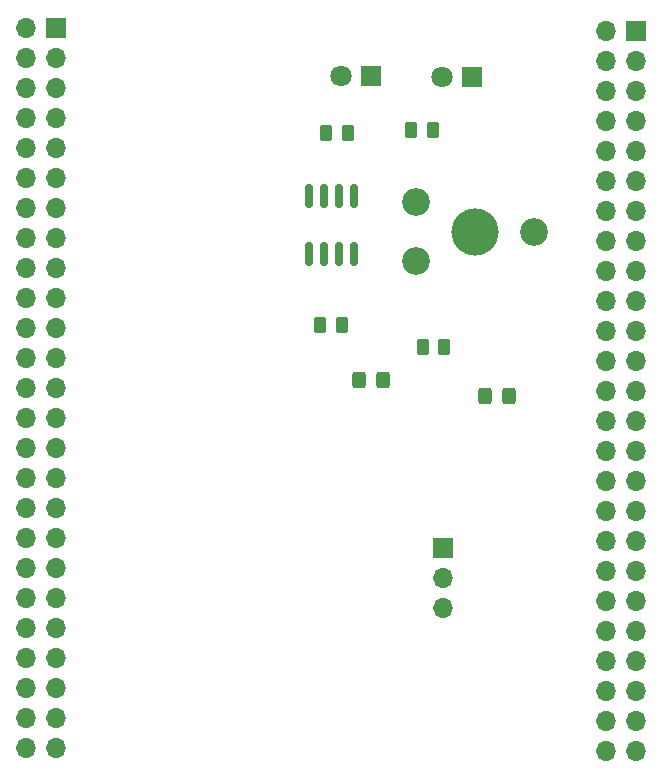
<source format=gbr>
%TF.GenerationSoftware,KiCad,Pcbnew,(7.0.0)*%
%TF.CreationDate,2023-06-01T09:50:49-06:00*%
%TF.ProjectId,Final_Project,46696e61-6c5f-4507-926f-6a6563742e6b,rev?*%
%TF.SameCoordinates,Original*%
%TF.FileFunction,Soldermask,Top*%
%TF.FilePolarity,Negative*%
%FSLAX46Y46*%
G04 Gerber Fmt 4.6, Leading zero omitted, Abs format (unit mm)*
G04 Created by KiCad (PCBNEW (7.0.0)) date 2023-06-01 09:50:49*
%MOMM*%
%LPD*%
G01*
G04 APERTURE LIST*
G04 Aperture macros list*
%AMRoundRect*
0 Rectangle with rounded corners*
0 $1 Rounding radius*
0 $2 $3 $4 $5 $6 $7 $8 $9 X,Y pos of 4 corners*
0 Add a 4 corners polygon primitive as box body*
4,1,4,$2,$3,$4,$5,$6,$7,$8,$9,$2,$3,0*
0 Add four circle primitives for the rounded corners*
1,1,$1+$1,$2,$3*
1,1,$1+$1,$4,$5*
1,1,$1+$1,$6,$7*
1,1,$1+$1,$8,$9*
0 Add four rect primitives between the rounded corners*
20,1,$1+$1,$2,$3,$4,$5,0*
20,1,$1+$1,$4,$5,$6,$7,0*
20,1,$1+$1,$6,$7,$8,$9,0*
20,1,$1+$1,$8,$9,$2,$3,0*%
G04 Aperture macros list end*
%ADD10RoundRect,0.250000X-0.262500X-0.450000X0.262500X-0.450000X0.262500X0.450000X-0.262500X0.450000X0*%
%ADD11R,1.700000X1.700000*%
%ADD12O,1.700000X1.700000*%
%ADD13R,1.800000X1.800000*%
%ADD14C,1.800000*%
%ADD15C,4.000000*%
%ADD16C,2.340000*%
%ADD17RoundRect,0.250000X0.325000X0.450000X-0.325000X0.450000X-0.325000X-0.450000X0.325000X-0.450000X0*%
%ADD18RoundRect,0.150000X-0.150000X0.825000X-0.150000X-0.825000X0.150000X-0.825000X0.150000X0.825000X0*%
G04 APERTURE END LIST*
D10*
%TO.C,R2*%
X60071000Y-37809400D03*
X61896000Y-37809400D03*
%TD*%
D11*
%TO.C,J2*%
X86334599Y-29184599D03*
D12*
X83794599Y-29184599D03*
X86334599Y-31724599D03*
X83794599Y-31724599D03*
X86334599Y-34264599D03*
X83794599Y-34264599D03*
X86334599Y-36804599D03*
X83794599Y-36804599D03*
X86334599Y-39344599D03*
X83794599Y-39344599D03*
X86334599Y-41884599D03*
X83794599Y-41884599D03*
X86334599Y-44424599D03*
X83794599Y-44424599D03*
X86334599Y-46964599D03*
X83794599Y-46964599D03*
X86334599Y-49504599D03*
X83794599Y-49504599D03*
X86334599Y-52044599D03*
X83794599Y-52044599D03*
X86334599Y-54584599D03*
X83794599Y-54584599D03*
X86334599Y-57124599D03*
X83794599Y-57124599D03*
X86334599Y-59664599D03*
X83794599Y-59664599D03*
X86334599Y-62204599D03*
X83794599Y-62204599D03*
X86334599Y-64744599D03*
X83794599Y-64744599D03*
X86334599Y-67284599D03*
X83794599Y-67284599D03*
X86334599Y-69824599D03*
X83794599Y-69824599D03*
X86334599Y-72364599D03*
X83794599Y-72364599D03*
X86334599Y-74904599D03*
X83794599Y-74904599D03*
X86334599Y-77444599D03*
X83794599Y-77444599D03*
X86334599Y-79984599D03*
X83794599Y-79984599D03*
X86334599Y-82524599D03*
X83794599Y-82524599D03*
X86334599Y-85064599D03*
X83794599Y-85064599D03*
X86334599Y-87604599D03*
X83794599Y-87604599D03*
X86334599Y-90144599D03*
X83794599Y-90144599D03*
%TD*%
D13*
%TO.C,D4*%
X72441999Y-33013399D03*
D14*
X69902000Y-33013400D03*
%TD*%
D11*
%TO.C,J4*%
X69947799Y-72963399D03*
D12*
X69947799Y-75503399D03*
X69947799Y-78043399D03*
%TD*%
D10*
%TO.C,R3*%
X68247900Y-55894200D03*
X70072900Y-55894200D03*
%TD*%
%TO.C,R4*%
X59561100Y-54041900D03*
X61386100Y-54041900D03*
%TD*%
D15*
%TO.C,RV1*%
X72640200Y-46141000D03*
D16*
X67640200Y-48641000D03*
X77640200Y-46141000D03*
X67640200Y-43641000D03*
%TD*%
D17*
%TO.C,D3*%
X75586600Y-60059800D03*
X73536600Y-60059800D03*
%TD*%
D13*
%TO.C,D2*%
X63907599Y-32962599D03*
D14*
X61367600Y-32962600D03*
%TD*%
D17*
%TO.C,D1*%
X64893200Y-58662800D03*
X62843200Y-58662800D03*
%TD*%
D10*
%TO.C,R1*%
X67259200Y-37530000D03*
X69084200Y-37530000D03*
%TD*%
D18*
%TO.C,U1*%
X62404000Y-43081400D03*
X61134000Y-43081400D03*
X59864000Y-43081400D03*
X58594000Y-43081400D03*
X58594000Y-48031400D03*
X59864000Y-48031400D03*
X61134000Y-48031400D03*
X62404000Y-48031400D03*
%TD*%
D11*
%TO.C,J1*%
X37181799Y-28894399D03*
D12*
X34641799Y-28894399D03*
X37181799Y-31434399D03*
X34641799Y-31434399D03*
X37181799Y-33974399D03*
X34641799Y-33974399D03*
X37181799Y-36514399D03*
X34641799Y-36514399D03*
X37181799Y-39054399D03*
X34641799Y-39054399D03*
X37181799Y-41594399D03*
X34641799Y-41594399D03*
X37181799Y-44134399D03*
X34641799Y-44134399D03*
X37181799Y-46674399D03*
X34641799Y-46674399D03*
X37181799Y-49214399D03*
X34641799Y-49214399D03*
X37181799Y-51754399D03*
X34641799Y-51754399D03*
X37181799Y-54294399D03*
X34641799Y-54294399D03*
X37181799Y-56834399D03*
X34641799Y-56834399D03*
X37181799Y-59374399D03*
X34641799Y-59374399D03*
X37181799Y-61914399D03*
X34641799Y-61914399D03*
X37181799Y-64454399D03*
X34641799Y-64454399D03*
X37181799Y-66994399D03*
X34641799Y-66994399D03*
X37181799Y-69534399D03*
X34641799Y-69534399D03*
X37181799Y-72074399D03*
X34641799Y-72074399D03*
X37181799Y-74614399D03*
X34641799Y-74614399D03*
X37181799Y-77154399D03*
X34641799Y-77154399D03*
X37181799Y-79694399D03*
X34641799Y-79694399D03*
X37181799Y-82234399D03*
X34641799Y-82234399D03*
X37181799Y-84774399D03*
X34641799Y-84774399D03*
X37181799Y-87314399D03*
X34641799Y-87314399D03*
X37181799Y-89854399D03*
X34641799Y-89854399D03*
%TD*%
M02*

</source>
